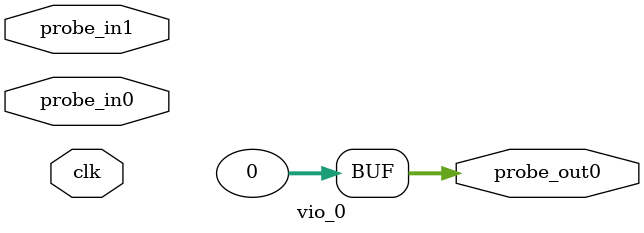
<source format=v>
`timescale 1ns / 1ps
module vio_0 (
clk,
probe_in0,probe_in1,
probe_out0
);

input clk;
input [31 : 0] probe_in0;
input [31 : 0] probe_in1;

output reg [31 : 0] probe_out0 = 'h00000000 ;


endmodule

</source>
